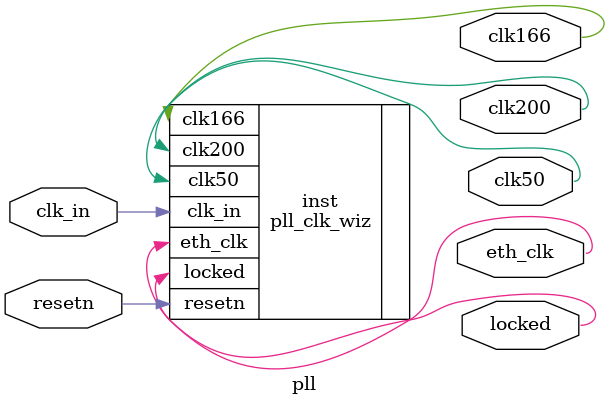
<source format=v>


`timescale 1ps/1ps

(* CORE_GENERATION_INFO = "pll,clk_wiz_v6_0_5_0_0,{component_name=pll,use_phase_alignment=true,use_min_o_jitter=false,use_max_i_jitter=false,use_dyn_phase_shift=false,use_inclk_switchover=false,use_dyn_reconfig=false,enable_axi=0,feedback_source=FDBK_AUTO,PRIMITIVE=PLL,num_out_clk=4,clkin1_period=10.000,clkin2_period=10.000,use_power_down=false,use_reset=true,use_locked=true,use_inclk_stopped=false,feedback_type=SINGLE,CLOCK_MGR_TYPE=NA,manual_override=false}" *)

module pll 
 (
  // Clock out ports
  output        clk200,
  output        clk166,
  output        clk50,
  output        eth_clk,
  // Status and control signals
  input         resetn,
  output        locked,
 // Clock in ports
  input         clk_in
 );

  pll_clk_wiz inst
  (
  // Clock out ports  
  .clk200(clk200),
  .clk166(clk166),
  .clk50(clk50),
  .eth_clk(eth_clk),
  // Status and control signals               
  .resetn(resetn), 
  .locked(locked),
 // Clock in ports
  .clk_in(clk_in)
  );

endmodule

</source>
